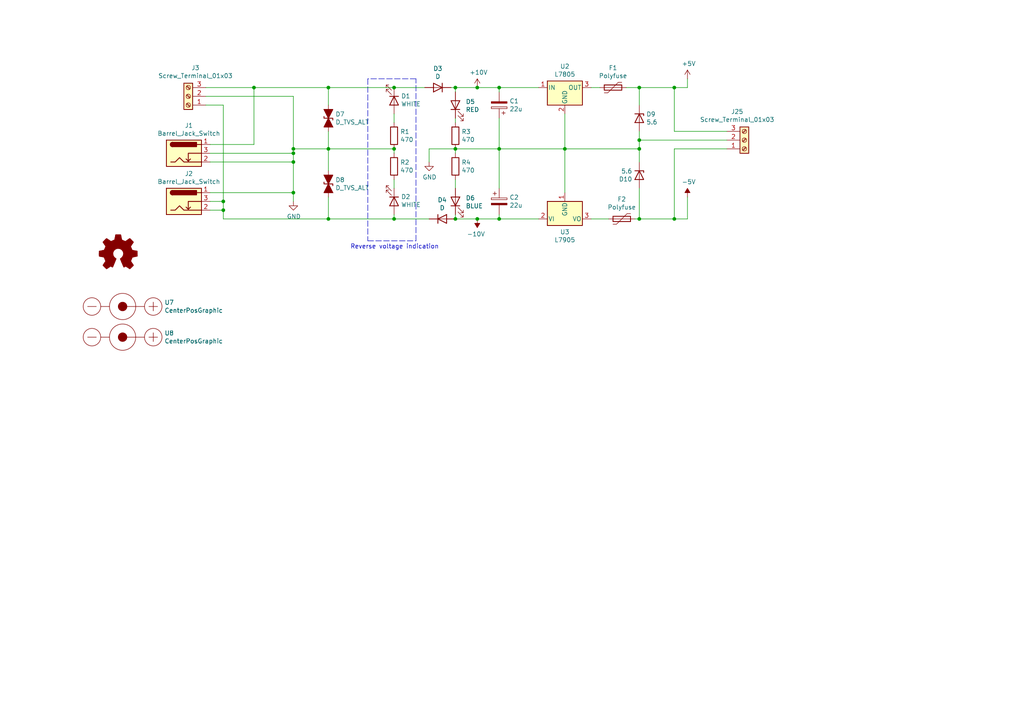
<source format=kicad_sch>
(kicad_sch (version 20211123) (generator eeschema)
  (paper "A4")
  (title_block (rev "2"))
  (lib_symbols
    (symbol "Connector:Barrel_Jack_Switch" (pin_names hide)
      (property "Reference" "J" (at 0 5.334 0))
      (property "Value" "Barrel_Jack_Switch" (at 0 -5.08 0))
      (symbol "Barrel_Jack_Switch_0_1"
        (rectangle (start -5.08 3.81) (end 5.08 -3.81) (stroke (width 0.254)) (fill (type background)))
        (arc (start -3.302 3.175) (mid -3.937 2.54) (end -3.302 1.905) (stroke (width 0.254)))
        (arc (start -3.302 3.175) (mid -3.937 2.54) (end -3.302 1.905) (stroke (width 0.254)) (fill (type outline)))
        (polyline (pts (xy 1.27 -2.286) (xy 1.905 -1.651)) (stroke (width 0.254)))
        (polyline (pts (xy 5.08 2.54) (xy 3.81 2.54)) (stroke (width 0.254)))
        (polyline (pts (xy 5.08 0) (xy 1.27 0) (xy 1.27 -2.286) (xy 0.635 -1.651)) (stroke (width 0.254)))
        (polyline (pts (xy -3.81 -2.54) (xy -2.54 -2.54) (xy -1.27 -1.27) (xy 0 -2.54) (xy 2.54 -2.54) (xy 5.08 -2.54)) (stroke (width 0.254)))
        (rectangle (start 3.683 3.175) (end -3.302 1.905) (stroke (width 0.254)) (fill (type outline)))
      )
      (symbol "Barrel_Jack_Switch_1_1"
        (pin passive line (at 7.62 2.54 180) (length 2.54) (name "~") (number "1"))
        (pin passive line (at 7.62 -2.54 180) (length 2.54) (name "~") (number "2"))
        (pin passive line (at 7.62 0 180) (length 2.54) (name "~") (number "3"))
      )
    )
    (symbol "Connector:Screw_Terminal_01x03" (pin_names (offset 1.016) hide)
      (property "Reference" "J" (at 0 5.08 0))
      (property "Value" "Screw_Terminal_01x03" (at 0 -5.08 0))
      (symbol "Screw_Terminal_01x03_1_1"
        (rectangle (start -1.27 3.81) (end 1.27 -3.81) (stroke (width 0.254)) (fill (type background)))
        (circle (center 0 -2.54) (radius 0.635) (stroke (width 0.1524)))
        (polyline (pts (xy -0.5334 -2.2098) (xy 0.3302 -3.048)) (stroke (width 0.1524)))
        (polyline (pts (xy -0.5334 0.3302) (xy 0.3302 -0.508)) (stroke (width 0.1524)))
        (polyline (pts (xy -0.5334 2.8702) (xy 0.3302 2.032)) (stroke (width 0.1524)))
        (polyline (pts (xy -0.3556 -2.032) (xy 0.508 -2.8702)) (stroke (width 0.1524)))
        (polyline (pts (xy -0.3556 0.508) (xy 0.508 -0.3302)) (stroke (width 0.1524)))
        (polyline (pts (xy -0.3556 3.048) (xy 0.508 2.2098)) (stroke (width 0.1524)))
        (circle (center 0 0) (radius 0.635) (stroke (width 0.1524)))
        (circle (center 0 2.54) (radius 0.635) (stroke (width 0.1524)))
        (pin passive line (at -5.08 2.54 0) (length 3.81) (name "Pin_1") (number "1"))
        (pin passive line (at -5.08 0 0) (length 3.81) (name "Pin_2") (number "2"))
        (pin passive line (at -5.08 -2.54 0) (length 3.81) (name "Pin_3") (number "3"))
      )
    )
    (symbol "Device:D" (pin_numbers hide) (pin_names (offset 1.016) hide)
      (property "Reference" "D" (at 0 2.54 0))
      (property "Value" "D" (at 0 -2.54 0))
      (symbol "D_0_1"
        (polyline (pts (xy -1.27 1.27) (xy -1.27 -1.27)) (stroke (width 0.254)))
        (polyline (pts (xy 1.27 0) (xy -1.27 0)))
        (polyline (pts (xy 1.27 1.27) (xy 1.27 -1.27) (xy -1.27 0) (xy 1.27 1.27)) (stroke (width 0.254)))
      )
      (symbol "D_1_1"
        (pin passive line (at -3.81 0 0) (length 2.54) (name "K") (number "1"))
        (pin passive line (at 3.81 0 180) (length 2.54) (name "A") (number "2"))
      )
    )
    (symbol "Device:D_Zener" (pin_numbers hide) (pin_names (offset 1.016) hide)
      (property "Reference" "D" (at 0 2.54 0))
      (property "Value" "D_Zener" (at 0 -2.54 0))
      (symbol "D_Zener_0_1"
        (polyline (pts (xy 1.27 0) (xy -1.27 0)))
        (polyline (pts (xy -1.27 -1.27) (xy -1.27 1.27) (xy -0.762 1.27)) (stroke (width 0.254)))
        (polyline (pts (xy 1.27 -1.27) (xy 1.27 1.27) (xy -1.27 0) (xy 1.27 -1.27)) (stroke (width 0.254)))
      )
      (symbol "D_Zener_1_1"
        (pin passive line (at -3.81 0 0) (length 2.54) (name "K") (number "1"))
        (pin passive line (at 3.81 0 180) (length 2.54) (name "A") (number "2"))
      )
    )
    (symbol "Device:LED" (pin_numbers hide) (pin_names (offset 1.016) hide)
      (property "Reference" "D" (at 0 2.54 0))
      (property "Value" "LED" (at 0 -2.54 0))
      (symbol "LED_0_1"
        (polyline (pts (xy -1.27 -1.27) (xy -1.27 1.27)) (stroke (width 0.254)))
        (polyline (pts (xy -1.27 0) (xy 1.27 0)))
        (polyline (pts (xy 1.27 -1.27) (xy 1.27 1.27) (xy -1.27 0) (xy 1.27 -1.27)) (stroke (width 0.254)))
        (polyline (pts (xy -3.048 -0.762) (xy -4.572 -2.286) (xy -3.81 -2.286) (xy -4.572 -2.286) (xy -4.572 -1.524)))
        (polyline (pts (xy -1.778 -0.762) (xy -3.302 -2.286) (xy -2.54 -2.286) (xy -3.302 -2.286) (xy -3.302 -1.524)))
      )
      (symbol "LED_1_1"
        (pin passive line (at -3.81 0 0) (length 2.54) (name "K") (number "1"))
        (pin passive line (at 3.81 0 180) (length 2.54) (name "A") (number "2"))
      )
    )
    (symbol "Device:Polyfuse" (pin_numbers hide) (pin_names (offset 0))
      (property "Reference" "F" (at -2.54 0 90))
      (property "Value" "Polyfuse" (at 2.54 0 90))
      (symbol "Polyfuse_0_1"
        (rectangle (start -0.762 2.54) (end 0.762 -2.54) (stroke (width 0.254)))
        (polyline (pts (xy 0 2.54) (xy 0 -2.54)))
        (polyline (pts (xy -1.524 2.54) (xy -1.524 1.524) (xy 1.524 -1.524) (xy 1.524 -2.54)))
      )
      (symbol "Polyfuse_1_1"
        (pin passive line (at 0 3.81 270) (length 1.27) (name "~") (number "1"))
        (pin passive line (at 0 -3.81 90) (length 1.27) (name "~") (number "2"))
      )
    )
    (symbol "Device:R" (pin_numbers hide) (pin_names (offset 0))
      (property "Reference" "R" (at 2.032 0 90))
      (property "Value" "R" (at 0 0 90))
      (symbol "R_0_1"
        (rectangle (start -1.016 -2.54) (end 1.016 2.54) (stroke (width 0.254)))
      )
      (symbol "R_1_1"
        (pin passive line (at 0 3.81 270) (length 1.27) (name "~") (number "1"))
        (pin passive line (at 0 -3.81 90) (length 1.27) (name "~") (number "2"))
      )
    )
    (symbol "Graphic:Logo_Open_Hardware_Small" (pin_names (offset 1.016))
      (symbol "Logo_Open_Hardware_Small_0_1"
        (polyline (pts (xy 3.3528 -4.3434) (xy 3.302 -4.318) (xy 3.175 -4.2418) (xy 2.9972 -4.1148) (xy 2.7686 -3.9624) (xy 2.54 -3.81) (xy 2.3622 -3.7084) (xy 2.2352 -3.6068) (xy 2.1844 -3.5814) (xy 2.159 -3.6068) (xy 2.0574 -3.6576) (xy 1.905 -3.7338) (xy 1.8034 -3.7846) (xy 1.6764 -3.8354) (xy 1.6002 -3.8354) (xy 1.6002 -3.8354) (xy 1.5494 -3.7338) (xy 1.4732 -3.5306) (xy 1.3462 -3.302) (xy 1.2446 -3.0226) (xy 1.1176 -2.7178) (xy 0.9652 -2.413) (xy 0.8636 -2.1082) (xy 0.7366 -1.8288) (xy 0.6604 -1.6256) (xy 0.6096 -1.4732) (xy 0.5842 -1.397) (xy 0.5842 -1.397) (xy 0.6604 -1.3208) (xy 0.7874 -1.2446) (xy 1.0414 -1.016) (xy 1.2954 -0.6858) (xy 1.4478 -0.3302) (xy 1.524 0.0762) (xy 1.4732 0.4572) (xy 1.3208 0.8128) (xy 1.0668 1.143) (xy 0.762 1.3716) (xy 0.4064 1.524) (xy 0 1.5748) (xy -0.381 1.5494) (xy -0.7366 1.397) (xy -1.0668 1.143) (xy -1.2192 0.9906) (xy -1.397 0.6604) (xy -1.524 0.3048) (xy -1.524 0.2286) (xy -1.4986 -0.1778) (xy -1.397 -0.5334) (xy -1.1938 -0.8636) (xy -0.9144 -1.143) (xy -0.8636 -1.1684) (xy -0.7366 -1.27) (xy -0.635 -1.3462) (xy -0.5842 -1.397) (xy -1.0668 -2.5908) (xy -1.143 -2.794) (xy -1.2954 -3.1242) (xy -1.397 -3.4036) (xy -1.4986 -3.6322) (xy -1.5748 -3.7846) (xy -1.6002 -3.8354) (xy -1.6002 -3.8354) (xy -1.651 -3.8354) (xy -1.7272 -3.81) (xy -1.905 -3.7338) (xy -2.0066 -3.683) (xy -2.1336 -3.6068) (xy -2.2098 -3.5814) (xy -2.2606 -3.6068) (xy -2.3622 -3.683) (xy -2.54 -3.81) (xy -2.7686 -3.9624) (xy -2.9718 -4.0894) (xy -3.1496 -4.2164) (xy -3.302 -4.318) (xy -3.3528 -4.3434) (xy -3.3782 -4.3434) (xy -3.429 -4.318) (xy -3.5306 -4.2164) (xy -3.7084 -4.064) (xy -3.937 -3.8354) (xy -3.9624 -3.81) (xy -4.1656 -3.6068) (xy -4.318 -3.4544) (xy -4.4196 -3.3274) (xy -4.445 -3.2766) (xy -4.445 -3.2766) (xy -4.4196 -3.2258) (xy -4.318 -3.0734) (xy -4.2164 -2.8956) (xy -4.064 -2.667) (xy -3.6576 -2.0828) (xy -3.8862 -1.5494) (xy -3.937 -1.3716) (xy -4.0386 -1.1684) (xy -4.0894 -1.0414) (xy -4.1148 -0.9652) (xy -4.191 -0.9398) (xy -4.318 -0.9144) (xy -4.5466 -0.8636) (xy -4.8006 -0.8128) (xy -5.0546 -0.7874) (xy -5.2578 -0.7366) (xy -5.4356 -0.7112) (xy -5.5118 -0.6858) (xy -5.5118 -0.6858) (xy -5.5372 -0.635) (xy -5.5372 -0.5588) (xy -5.5372 -0.4318) (xy -5.5626 -0.2286) (xy -5.5626 0.0762) (xy -5.5626 0.127) (xy -5.5372 0.4064) (xy -5.5372 0.635) (xy -5.5372 0.762) (xy -5.5372 0.8382) (xy -5.5372 0.8382) (xy -5.461 0.8382) (xy -5.3086 0.889) (xy -5.08 0.9144) (xy -4.826 0.9652) (xy -4.8006 0.9906) (xy -4.5466 1.0414) (xy -4.318 1.0668) (xy -4.1656 1.1176) (xy -4.0894 1.143) (xy -4.0894 1.143) (xy -4.0386 1.2446) (xy -3.9624 1.4224) (xy -3.8608 1.6256) (xy -3.7846 1.8288) (xy -3.7084 2.0066) (xy -3.6576 2.159) (xy -3.6322 2.2098) (xy -3.6322 2.2098) (xy -3.683 2.286) (xy -3.7592 2.413) (xy -3.8862 2.5908) (xy -4.064 2.8194) (xy -4.064 2.8448) (xy -4.2164 3.0734) (xy -4.3434 3.2512) (xy -4.4196 3.3782) (xy -4.445 3.4544) (xy -4.445 3.4544) (xy -4.3942 3.5052) (xy -4.2926 3.6322) (xy -4.1148 3.81) (xy -3.937 4.0132) (xy -3.8608 4.064) (xy -3.6576 4.2926) (xy -3.5052 4.4196) (xy -3.4036 4.4958) (xy -3.3528 4.5212) (xy -3.3528 4.5212) (xy -3.302 4.4704) (xy -3.1496 4.3688) (xy -2.9718 4.2418) (xy -2.7432 4.0894) (xy -2.7178 4.0894) (xy -2.4892 3.937) (xy -2.3114 3.81) (xy -2.1844 3.7084) (xy -2.1336 3.683) (xy -2.1082 3.683) (xy -2.032 3.7084) (xy -1.8542 3.7592) (xy -1.6764 3.8354) (xy -1.4732 3.937) (xy -1.27 4.0132) (xy -1.143 4.064) (xy -1.0668 4.1148) (xy -1.0668 4.1148) (xy -1.0414 4.191) (xy -1.016 4.3434) (xy -0.9652 4.572) (xy -0.9144 4.8514) (xy -0.889 4.9022) (xy -0.8382 5.1562) (xy -0.8128 5.3848) (xy -0.7874 5.5372) (xy -0.762 5.588) (xy -0.7112 5.6134) (xy -0.5842 5.6134) (xy -0.4064 5.6134) (xy -0.1524 5.6134) (xy 0.0762 5.6134) (xy 0.3302 5.6134) (xy 0.5334 5.6134) (xy 0.6858 5.588) (xy 0.7366 5.588) (xy 0.7366 5.588) (xy 0.762 5.5118) (xy 0.8128 5.334) (xy 0.8382 5.1054) (xy 0.9144 4.826) (xy 0.9144 4.7752) (xy 0.9652 4.5212) (xy 1.016 4.2926) (xy 1.0414 4.1402) (xy 1.0668 4.0894) (xy 1.0668 4.0894) (xy 1.1938 4.0386) (xy 1.3716 3.9624) (xy 1.5748 3.8608) (xy 2.0828 3.6576) (xy 2.7178 4.0894) (xy 2.7686 4.1402) (xy 2.9972 4.2926) (xy 3.175 4.4196) (xy 3.302 4.4958) (xy 3.3782 4.5212) (xy 3.3782 4.5212) (xy 3.429 4.4704) (xy 3.556 4.3434) (xy 3.7338 4.191) (xy 3.9116 3.9878) (xy 4.064 3.8354) (xy 4.2418 3.6576) (xy 4.3434 3.556) (xy 4.4196 3.4798) (xy 4.4196 3.429) (xy 4.4196 3.4036) (xy 4.3942 3.3274) (xy 4.2926 3.2004) (xy 4.1656 2.9972) (xy 4.0132 2.794) (xy 3.8862 2.5908) (xy 3.7592 2.3876) (xy 3.6576 2.2352) (xy 3.6322 2.159) (xy 3.6322 2.1336) (xy 3.683 2.0066) (xy 3.7592 1.8288) (xy 3.8608 1.6002) (xy 4.064 1.1176) (xy 4.3942 1.0414) (xy 4.5974 1.016) (xy 4.8768 0.9652) (xy 5.1308 0.9144) (xy 5.5372 0.8382) (xy 5.5626 -0.6604) (xy 5.4864 -0.6858) (xy 5.4356 -0.6858) (xy 5.2832 -0.7366) (xy 5.0546 -0.762) (xy 4.8006 -0.8128) (xy 4.5974 -0.8636) (xy 4.3688 -0.9144) (xy 4.2164 -0.9398) (xy 4.1402 -0.9398) (xy 4.1148 -0.9652) (xy 4.064 -1.0668) (xy 3.9878 -1.2446) (xy 3.9116 -1.4478) (xy 3.81 -1.651) (xy 3.7338 -1.8542) (xy 3.683 -2.0066) (xy 3.6576 -2.0828) (xy 3.683 -2.1336) (xy 3.7846 -2.2606) (xy 3.8862 -2.4638) (xy 4.0386 -2.667) (xy 4.191 -2.8956) (xy 4.318 -3.0734) (xy 4.3942 -3.2004) (xy 4.445 -3.2766) (xy 4.4196 -3.3274) (xy 4.3434 -3.429) (xy 4.1656 -3.5814) (xy 3.937 -3.8354) (xy 3.8862 -3.8608) (xy 3.683 -4.064) (xy 3.5306 -4.2164) (xy 3.4036 -4.318) (xy 3.3528 -4.3434)) (fill (type outline)))
      )
    )
    (symbol "ModularPreamp-rescue:CP-Device" (pin_numbers hide) (pin_names (offset 0.254))
      (property "Reference" "C" (at 0.635 2.54 0))
      (property "Value" "CP-Device" (at 0.635 -2.54 0))
      (symbol "CP-Device_0_1"
        (rectangle (start -2.286 0.508) (end 2.286 1.016))
        (polyline (pts (xy -1.778 2.286) (xy -0.762 2.286)))
        (polyline (pts (xy -1.27 2.794) (xy -1.27 1.778)))
        (rectangle (start 2.286 -0.508) (end -2.286 -1.016) (fill (type outline)))
      )
      (symbol "CP-Device_1_1"
        (pin passive line (at 0 3.81 270) (length 2.794) (name "~") (number "1"))
        (pin passive line (at 0 -3.81 90) (length 2.794) (name "~") (number "2"))
      )
    )
    (symbol "ModularPreamp-rescue:CenterPosGraphic-Martinos" (pin_names (offset 1.016))
      (property "Reference" "U" (at 0 0 0))
      (property "Value" "CenterPosGraphic-Martinos" (at 0 2.54 0))
      (symbol "CenterPosGraphic-Martinos_0_1"
        (circle (center -8.89 -5.08) (radius 2.54))
        (circle (center 0 -5.08) (radius 1.27) (fill (type outline)))
        (circle (center 0 -5.08) (radius 3.81))
        (polyline (pts (xy -10.16 -5.08) (xy -7.62 -5.08)))
        (polyline (pts (xy -3.81 -5.08) (xy -6.35 -5.08)))
        (polyline (pts (xy 0 -5.08) (xy 6.35 -5.08)))
        (polyline (pts (xy 7.62 -5.08) (xy 10.16 -5.08)))
        (polyline (pts (xy 8.89 -3.81) (xy 8.89 -6.35)))
        (circle (center 8.89 -5.08) (radius 2.54))
      )
    )
    (symbol "ModularPreamp-rescue:D_TVS_ALT-Device" (pin_numbers hide) (pin_names (offset 1.016) hide)
      (property "Reference" "D" (at 0 2.54 0))
      (property "Value" "D_TVS_ALT-Device" (at 0 -2.54 0))
      (symbol "D_TVS_ALT-Device_0_1"
        (polyline (pts (xy 1.27 0) (xy -1.27 0)))
        (polyline (pts (xy -2.54 -1.27) (xy 0 0) (xy -2.54 1.27) (xy -2.54 -1.27)) (stroke (width 0.254)) (fill (type outline)))
        (polyline (pts (xy 0.508 1.27) (xy 0 1.27) (xy 0 -1.27) (xy -0.508 -1.27)) (stroke (width 0.254)))
        (polyline (pts (xy 2.54 1.27) (xy 2.54 -1.27) (xy 0 0) (xy 2.54 1.27)) (stroke (width 0.254)) (fill (type outline)))
      )
      (symbol "D_TVS_ALT-Device_1_1"
        (pin passive line (at -3.81 0 0) (length 2.54) (name "A1") (number "1"))
        (pin passive line (at 3.81 0 180) (length 2.54) (name "A2") (number "2"))
      )
    )
    (symbol "Regulator_Linear:L7805" (pin_names (offset 0.254))
      (property "Reference" "U" (at -3.81 3.175 0))
      (property "Value" "L7805" (at 0 3.175 0))
      (symbol "L7805_0_1"
        (rectangle (start -5.08 1.905) (end 5.08 -5.08) (stroke (width 0.254)) (fill (type background)))
      )
      (symbol "L7805_1_1"
        (pin power_in line (at -7.62 0 0) (length 2.54) (name "IN") (number "1"))
        (pin power_in line (at 0 -7.62 90) (length 2.54) (name "GND") (number "2"))
        (pin power_out line (at 7.62 0 180) (length 2.54) (name "OUT") (number "3"))
      )
    )
    (symbol "Regulator_Linear:L7905" (pin_names (offset 0.254))
      (property "Reference" "U" (at -3.81 -3.175 0))
      (property "Value" "L7905" (at 0 -3.175 0))
      (symbol "L7905_0_1"
        (rectangle (start -5.08 5.08) (end 5.08 -1.905) (stroke (width 0.254)) (fill (type background)))
      )
      (symbol "L7905_1_1"
        (pin power_in line (at 0 7.62 270) (length 2.54) (name "GND") (number "1"))
        (pin power_in line (at -7.62 0 0) (length 2.54) (name "VI") (number "2"))
        (pin power_out line (at 7.62 0 180) (length 2.54) (name "VO") (number "3"))
      )
    )
    (symbol "power:+10V" (power) (pin_names (offset 0))
      (property "Value" "+10V" (at 0 3.556 0))
      (symbol "+10V_0_1"
        (polyline (pts (xy -0.762 1.27) (xy 0 2.54)))
        (polyline (pts (xy 0 0) (xy 0 2.54)))
        (polyline (pts (xy 0 2.54) (xy 0.762 1.27)))
      )
      (symbol "+10V_1_1"
        (pin power_in line (at 0 0 90) (length 0) hide (name "+10V") (number "1"))
      )
    )
    (symbol "power:+5V" (power) (pin_names (offset 0))
      (property "Value" "+5V" (at 0 3.556 0))
      (symbol "+5V_0_1"
        (polyline (pts (xy -0.762 1.27) (xy 0 2.54)))
        (polyline (pts (xy 0 0) (xy 0 2.54)))
        (polyline (pts (xy 0 2.54) (xy 0.762 1.27)))
      )
      (symbol "+5V_1_1"
        (pin power_in line (at 0 0 90) (length 0) hide (name "+5V") (number "1"))
      )
    )
    (symbol "power:-10V" (power) (pin_names (offset 0))
      (property "Value" "-10V" (at 0 3.81 0))
      (symbol "-10V_0_0"
        (pin power_in line (at 0 0 90) (length 0) hide (name "-10V") (number "1"))
      )
      (symbol "-10V_0_1"
        (polyline (pts (xy 0 0) (xy 0 1.27) (xy 0.762 1.27) (xy 0 2.54) (xy -0.762 1.27) (xy 0 1.27)) (fill (type outline)))
      )
    )
    (symbol "power:-5V" (power) (pin_names (offset 0))
      (property "Value" "-5V" (at 0 3.81 0))
      (symbol "-5V_0_0"
        (pin power_in line (at 0 0 90) (length 0) hide (name "-5V") (number "1"))
      )
      (symbol "-5V_0_1"
        (polyline (pts (xy 0 0) (xy 0 1.27) (xy 0.762 1.27) (xy 0 2.54) (xy -0.762 1.27) (xy 0 1.27)) (fill (type outline)))
      )
    )
    (symbol "power:GND" (power) (pin_names (offset 0))
      (property "Value" "GND" (at 0 -3.81 0))
      (symbol "GND_0_1"
        (polyline (pts (xy 0 0) (xy 0 -1.27) (xy 1.27 -1.27) (xy 0 -2.54) (xy -1.27 -1.27) (xy 0 -1.27)))
      )
      (symbol "GND_1_1"
        (pin power_in line (at 0 0 270) (length 0) hide (name "GND") (number "1"))
      )
    )
  )
  (junction (at 95.25 43.18))
  (junction (at 114.3 63.5))
  (junction (at 185.42 40.64))
  (junction (at 185.42 25.4))
  (junction (at 195.58 25.4))
  (junction (at 138.43 63.5))
  (junction (at 85.09 46.99))
  (junction (at 185.42 43.18))
  (junction (at 114.3 25.4))
  (junction (at 64.77 58.42))
  (junction (at 95.25 63.5))
  (junction (at 132.08 25.4))
  (junction (at 138.43 25.4))
  (junction (at 73.66 25.4))
  (junction (at 114.3 43.18))
  (junction (at 163.83 43.18))
  (junction (at 85.09 43.18))
  (junction (at 85.09 44.45))
  (junction (at 132.08 43.18))
  (junction (at 95.25 25.4))
  (junction (at 144.78 25.4))
  (junction (at 85.09 55.88))
  (junction (at 64.77 60.96))
  (junction (at 144.78 63.5))
  (junction (at 195.58 63.5))
  (junction (at 185.42 63.5))
  (junction (at 144.78 43.18))
  (junction (at 132.08 63.5))
  (wire (pts (xy 114.3 63.5) (xy 124.46 63.5)))
  (wire (pts (xy 60.96 46.99) (xy 85.09 46.99)))
  (wire (pts (xy 144.78 43.18) (xy 163.83 43.18)))
  (wire (pts (xy 181.61 25.4) (xy 185.42 25.4)))
  (wire (pts (xy 85.09 44.45) (xy 85.09 46.99)))
  (wire (pts (xy 144.78 43.18) (xy 132.08 43.18)))
  (wire (pts (xy 85.09 43.18) (xy 85.09 44.45)))
  (wire (pts (xy 132.08 34.29) (xy 132.08 35.56)))
  (wire (pts (xy 132.08 25.4) (xy 132.08 26.67)))
  (wire (pts (xy 95.25 43.18) (xy 85.09 43.18)))
  (wire (pts (xy 64.77 63.5) (xy 64.77 60.96)))
  (wire (pts (xy 130.81 25.4) (xy 132.08 25.4)))
  (wire (pts (xy 199.39 63.5) (xy 199.39 57.15)))
  (wire (pts (xy 184.15 63.5) (xy 185.42 63.5)))
  (wire (pts (xy 185.42 43.18) (xy 185.42 46.99)))
  (wire (pts (xy 138.43 25.4) (xy 144.78 25.4)))
  (wire (pts (xy 64.77 58.42) (xy 64.77 60.96)))
  (wire (pts (xy 95.25 38.1) (xy 95.25 43.18)))
  (wire (pts (xy 114.3 44.45) (xy 114.3 43.18)))
  (wire (pts (xy 195.58 38.1) (xy 210.82 38.1)))
  (wire (pts (xy 132.08 52.07) (xy 132.08 54.61)))
  (wire (pts (xy 59.69 27.94) (xy 85.09 27.94)))
  (wire (pts (xy 123.19 25.4) (xy 114.3 25.4)))
  (wire (pts (xy 163.83 43.18) (xy 163.83 55.88)))
  (wire (pts (xy 163.83 43.18) (xy 185.42 43.18)))
  (wire (pts (xy 85.09 46.99) (xy 85.09 55.88)))
  (polyline (pts (xy 120.65 22.86) (xy 106.68 22.86)))
  (wire (pts (xy 114.3 63.5) (xy 114.3 62.23)))
  (polyline (pts (xy 106.68 69.85) (xy 120.65 69.85)))
  (wire (pts (xy 163.83 33.02) (xy 163.83 43.18)))
  (wire (pts (xy 95.25 30.48) (xy 95.25 25.4)))
  (wire (pts (xy 199.39 25.4) (xy 199.39 22.86)))
  (polyline (pts (xy 106.68 22.86) (xy 106.68 69.85)))
  (wire (pts (xy 185.42 30.48) (xy 185.42 25.4)))
  (wire (pts (xy 138.43 63.5) (xy 144.78 63.5)))
  (wire (pts (xy 124.46 43.18) (xy 124.46 46.99)))
  (wire (pts (xy 95.25 57.15) (xy 95.25 63.5)))
  (wire (pts (xy 60.96 58.42) (xy 64.77 58.42)))
  (wire (pts (xy 144.78 34.29) (xy 144.78 43.18)))
  (wire (pts (xy 195.58 25.4) (xy 199.39 25.4)))
  (wire (pts (xy 85.09 27.94) (xy 85.09 43.18)))
  (wire (pts (xy 195.58 43.18) (xy 210.82 43.18)))
  (wire (pts (xy 60.96 60.96) (xy 64.77 60.96)))
  (wire (pts (xy 114.3 35.56) (xy 114.3 33.02)))
  (wire (pts (xy 132.08 43.18) (xy 132.08 44.45)))
  (wire (pts (xy 114.3 43.18) (xy 95.25 43.18)))
  (wire (pts (xy 132.08 43.18) (xy 124.46 43.18)))
  (wire (pts (xy 195.58 43.18) (xy 195.58 63.5)))
  (wire (pts (xy 95.25 49.53) (xy 95.25 43.18)))
  (wire (pts (xy 95.25 63.5) (xy 114.3 63.5)))
  (wire (pts (xy 59.69 30.48) (xy 64.77 30.48)))
  (wire (pts (xy 132.08 25.4) (xy 138.43 25.4)))
  (wire (pts (xy 210.82 40.64) (xy 185.42 40.64)))
  (wire (pts (xy 132.08 63.5) (xy 138.43 63.5)))
  (wire (pts (xy 185.42 54.61) (xy 185.42 63.5)))
  (wire (pts (xy 144.78 25.4) (xy 144.78 26.67)))
  (wire (pts (xy 144.78 63.5) (xy 156.21 63.5)))
  (wire (pts (xy 95.25 25.4) (xy 73.66 25.4)))
  (wire (pts (xy 73.66 41.91) (xy 73.66 25.4)))
  (wire (pts (xy 144.78 43.18) (xy 144.78 54.61)))
  (wire (pts (xy 176.53 63.5) (xy 171.45 63.5)))
  (wire (pts (xy 132.08 62.23) (xy 132.08 63.5)))
  (wire (pts (xy 185.42 40.64) (xy 185.42 38.1)))
  (wire (pts (xy 185.42 25.4) (xy 195.58 25.4)))
  (wire (pts (xy 64.77 63.5) (xy 95.25 63.5)))
  (wire (pts (xy 173.99 25.4) (xy 171.45 25.4)))
  (wire (pts (xy 185.42 43.18) (xy 185.42 40.64)))
  (wire (pts (xy 114.3 54.61) (xy 114.3 52.07)))
  (polyline (pts (xy 120.65 69.85) (xy 120.65 22.86)))
  (wire (pts (xy 60.96 41.91) (xy 73.66 41.91)))
  (wire (pts (xy 64.77 30.48) (xy 64.77 58.42)))
  (wire (pts (xy 60.96 55.88) (xy 85.09 55.88)))
  (wire (pts (xy 85.09 55.88) (xy 85.09 58.42)))
  (wire (pts (xy 185.42 63.5) (xy 195.58 63.5)))
  (wire (pts (xy 195.58 38.1) (xy 195.58 25.4)))
  (wire (pts (xy 114.3 25.4) (xy 95.25 25.4)))
  (wire (pts (xy 144.78 62.23) (xy 144.78 63.5)))
  (wire (pts (xy 195.58 63.5) (xy 199.39 63.5)))
  (wire (pts (xy 144.78 25.4) (xy 156.21 25.4)))
  (wire (pts (xy 59.69 25.4) (xy 73.66 25.4)))
  (wire (pts (xy 60.96 44.45) (xy 85.09 44.45)))
  (text "Reverse voltage indication" (at 101.6 72.39 0) (effects (font (size 1.27 1.27)) (justify left bottom)))
  (symbol (lib_id "Connector:Barrel_Jack_Switch") (at 53.34 44.45 0) (unit 1)
    (property "Reference" "J1" (at 54.7878 36.3982 0))
    (property "Value" "Barrel_Jack_Switch" (at 54.7878 38.7096 0))
    (property "Footprint" "Connector_BarrelJack:BarrelJack_Horizontal" (effects hide))
  )
  (symbol (lib_id "Connector:Barrel_Jack_Switch") (at 53.34 58.42 0) (unit 1)
    (property "Reference" "J2" (at 54.7878 50.3682 0))
    (property "Value" "Barrel_Jack_Switch" (at 54.7878 52.6796 0))
    (property "Footprint" "Connector_BarrelJack:BarrelJack_Horizontal" (effects hide))
  )
  (symbol (lib_id "power:GND") (at 85.09 58.42 0) (unit 1)
    (property "Reference" "#PWR0101" (effects hide))
    (property "Value" "GND" (at 85.217 62.8142 0))
  )
  (symbol (lib_id "Device:D") (at 127 25.4 180) (unit 1)
    (property "Reference" "D3" (at 127 19.8882 0))
    (property "Value" "D" (at 127 22.1996 0))
    (property "Footprint" "Diode_SMD:D_SMB" (effects hide))
  )
  (symbol (lib_id "Device:D") (at 128.27 63.5 0) (unit 1)
    (property "Reference" "D4" (at 128.27 57.9882 0))
    (property "Value" "D" (at 128.27 60.2996 0))
    (property "Footprint" "Diode_SMD:D_SMB" (effects hide))
  )
  (symbol (lib_id "Device:LED") (at 114.3 29.21 270) (unit 1)
    (property "Reference" "D1" (at 116.332 27.8638 90) (effects (justify left)))
    (property "Value" "WHITE" (at 116.332 30.1752 90) (effects (justify left)))
    (property "Footprint" "LED_SMD:LED_1206_3216Metric_Castellated" (effects hide))
  )
  (symbol (lib_id "Device:R") (at 114.3 39.37 0) (unit 1)
    (property "Reference" "R1" (at 116.078 38.2016 0) (effects (justify left)))
    (property "Value" "470" (at 116.078 40.513 0) (effects (justify left)))
    (property "Footprint" "Resistor_SMD:R_1206_3216Metric" (effects hide))
  )
  (symbol (lib_id "Device:R") (at 114.3 48.26 0) (unit 1)
    (property "Reference" "R2" (at 116.078 47.0916 0) (effects (justify left)))
    (property "Value" "470" (at 116.078 49.403 0) (effects (justify left)))
    (property "Footprint" "Resistor_SMD:R_1206_3216Metric" (effects hide))
  )
  (symbol (lib_id "Device:LED") (at 114.3 58.42 270) (unit 1)
    (property "Reference" "D2" (at 116.332 57.0738 90) (effects (justify left)))
    (property "Value" "WHITE" (at 116.332 59.3852 90) (effects (justify left)))
    (property "Footprint" "LED_SMD:LED_1206_3216Metric_Castellated" (effects hide))
  )
  (symbol (lib_id "power:-10V") (at 138.43 63.5 180) (unit 1)
    (property "Reference" "#PWR0102" (effects hide))
    (property "Value" "-10V" (at 138.049 67.8942 0))
  )
  (symbol (lib_id "power:+10V") (at 138.43 25.4 0) (unit 1)
    (property "Reference" "#PWR0103" (effects hide))
    (property "Value" "+10V" (at 138.811 21.0058 0))
  )
  (symbol (lib_id "Device:LED") (at 132.08 30.48 90) (unit 1)
    (property "Reference" "D5" (at 135.0772 29.4894 90) (effects (justify right)))
    (property "Value" "RED" (at 135.0772 31.8008 90) (effects (justify right)))
    (property "Footprint" "LED_SMD:LED_1206_3216Metric_Castellated" (effects hide))
  )
  (symbol (lib_id "Device:R") (at 132.08 39.37 0) (unit 1)
    (property "Reference" "R3" (at 133.858 38.2016 0) (effects (justify left)))
    (property "Value" "470" (at 133.858 40.513 0) (effects (justify left)))
    (property "Footprint" "Resistor_SMD:R_1206_3216Metric" (effects hide))
  )
  (symbol (lib_id "Device:LED") (at 132.08 58.42 90) (unit 1)
    (property "Reference" "D6" (at 135.0772 57.4294 90) (effects (justify right)))
    (property "Value" "BLUE" (at 135.0772 59.7408 90) (effects (justify right)))
    (property "Footprint" "LED_SMD:LED_1206_3216Metric_Castellated" (effects hide))
  )
  (symbol (lib_id "Device:R") (at 132.08 48.26 0) (unit 1)
    (property "Reference" "R4" (at 133.858 47.0916 0) (effects (justify left)))
    (property "Value" "470" (at 133.858 49.403 0) (effects (justify left)))
    (property "Footprint" "Resistor_SMD:R_1206_3216Metric" (effects hide))
  )
  (symbol (lib_id "power:GND") (at 124.46 46.99 0) (unit 1)
    (property "Reference" "#PWR0104" (effects hide))
    (property "Value" "GND" (at 124.587 51.3842 0))
  )
  (symbol (lib_id "Regulator_Linear:L7805") (at 163.83 25.4 0) (unit 1)
    (property "Reference" "U2" (at 163.83 19.2532 0))
    (property "Value" "L7805" (at 163.83 21.5646 0))
    (property "Footprint" "Package_TO_SOT_THT:TO-220-3_Vertical" (effects hide))
    (property "Datasheet" "http://www.st.com/content/ccc/resource/technical/document/datasheet/41/4f/b3/b0/12/d4/47/88/CD00000444.pdf/files/CD00000444.pdf/jcr:content/translations/en.CD00000444.pdf" (effects hide))
  )
  (symbol (lib_id "Regulator_Linear:L7905") (at 163.83 63.5 0) (unit 1)
    (property "Reference" "U3" (at 163.83 67.2846 0))
    (property "Value" "L7905" (at 163.83 69.596 0))
    (property "Footprint" "Package_TO_SOT_THT:TO-220-3_Vertical" (effects hide))
    (property "Datasheet" "http://www.st.com/content/ccc/resource/technical/document/datasheet/c9/16/86/41/c7/2b/45/f2/CD00000450.pdf/files/CD00000450.pdf/jcr:content/translations/en.CD00000450.pdf" (effects hide))
  )
  (symbol (lib_id "ModularPreamp-rescue:CP-Device") (at 144.78 58.42 0) (unit 1)
    (property "Reference" "C2" (at 147.7772 57.2516 0) (effects (justify left)))
    (property "Value" "22u" (at 147.7772 59.563 0) (effects (justify left)))
    (property "Footprint" "Capacitor_THT:CP_Radial_D5.0mm_P2.50mm" (effects hide))
  )
  (symbol (lib_id "ModularPreamp-rescue:CP-Device") (at 144.78 30.48 180) (unit 1)
    (property "Reference" "C1" (at 147.7772 29.3116 0) (effects (justify right)))
    (property "Value" "22u" (at 147.7772 31.623 0) (effects (justify right)))
    (property "Footprint" "Capacitor_THT:CP_Radial_D5.0mm_P2.50mm" (effects hide))
  )
  (symbol (lib_id "power:-5V") (at 199.39 57.15 0) (unit 1)
    (property "Reference" "#PWR0105" (effects hide))
    (property "Value" "-5V" (at 199.771 52.7558 0))
  )
  (symbol (lib_id "power:+5V") (at 199.39 22.86 0) (unit 1)
    (property "Reference" "#PWR0106" (effects hide))
    (property "Value" "+5V" (at 199.771 18.4658 0))
  )
  (symbol (lib_id "Device:Polyfuse") (at 180.34 63.5 270) (unit 1)
    (property "Reference" "F2" (at 180.34 57.785 90))
    (property "Value" "Polyfuse" (at 180.34 60.0964 90))
    (property "Footprint" "Fuse:Fuse_1206_3216Metric" (effects hide))
  )
  (symbol (lib_id "Device:Polyfuse") (at 177.8 25.4 270) (unit 1)
    (property "Reference" "F1" (at 177.8 19.685 90))
    (property "Value" "Polyfuse" (at 177.8 21.9964 90))
    (property "Footprint" "Fuse:Fuse_1206_3216Metric" (effects hide))
  )
  (symbol (lib_id "Connector:Screw_Terminal_01x03") (at 54.61 27.94 180) (unit 1)
    (property "Reference" "J3" (at 56.6928 19.685 0))
    (property "Value" "Screw_Terminal_01x03" (at 56.6928 21.9964 0))
    (property "Footprint" "TerminalBlock:TerminalBlock_bornier-3_P5.08mm" (effects hide))
  )
  (symbol (lib_id "Connector:Screw_Terminal_01x03") (at 215.9 40.64 0) (mirror x) (unit 1)
    (property "Reference" "J25" (at 213.8172 32.385 0))
    (property "Value" "Screw_Terminal_01x03" (at 213.8172 34.6964 0))
    (property "Footprint" "TerminalBlock:TerminalBlock_bornier-3_P5.08mm" (effects hide))
  )
  (symbol (lib_id "ModularPreamp-rescue:D_TVS_ALT-Device") (at 95.25 34.29 270) (unit 1)
    (property "Reference" "D7" (at 97.282 33.1216 90) (effects (justify left)))
    (property "Value" "D_TVS_ALT" (at 97.282 35.433 90) (effects (justify left)))
    (property "Footprint" "Diode_SMD:D_SMA" (effects hide))
  )
  (symbol (lib_id "ModularPreamp-rescue:D_TVS_ALT-Device") (at 95.25 53.34 270) (unit 1)
    (property "Reference" "D8" (at 97.282 52.1716 90) (effects (justify left)))
    (property "Value" "D_TVS_ALT" (at 97.282 54.483 90) (effects (justify left)))
    (property "Footprint" "Diode_SMD:D_SMA" (effects hide))
  )
  (symbol (lib_id "Device:D_Zener") (at 185.42 34.29 270) (unit 1)
    (property "Reference" "D9" (at 187.452 33.1216 90) (effects (justify left)))
    (property "Value" "5.6" (at 187.452 35.433 90) (effects (justify left)))
    (property "Footprint" "Diode_THT:D_A-405_P7.62mm_Horizontal" (effects hide))
  )
  (symbol (lib_id "Device:D_Zener") (at 185.42 50.8 270) (unit 1)
    (property "Reference" "D10" (at 183.388 51.9684 90) (effects (justify right)))
    (property "Value" "5.6" (at 183.388 49.657 90) (effects (justify right)))
    (property "Footprint" "Diode_THT:D_A-405_P7.62mm_Horizontal" (effects hide))
  )
  (symbol (lib_id "Graphic:Logo_Open_Hardware_Small") (at 34.29 73.66 0) (unit 1)
    (property "Reference" "#LOGO1" (effects hide))
    (property "Value" "Logo_Open_Hardware_Small" (effects hide))
  )
  (symbol (lib_id "ModularPreamp-rescue:CenterPosGraphic-Martinos") (at 35.56 83.82 0) (unit 1)
    (property "Reference" "U7" (at 47.7012 87.7316 0) (effects (justify left)))
    (property "Value" "CenterPosGraphic" (at 47.7012 90.043 0) (effects (justify left)))
    (property "Footprint" "Martinos:CenterPos" (effects hide))
  )
  (symbol (lib_id "ModularPreamp-rescue:CenterPosGraphic-Martinos") (at 35.56 92.71 0) (unit 1)
    (property "Reference" "U8" (at 47.7012 96.6216 0) (effects (justify left)))
    (property "Value" "CenterPosGraphic" (at 47.7012 98.933 0) (effects (justify left)))
    (property "Footprint" "Martinos:CenterPos" (effects hide))
  )
)
</source>
